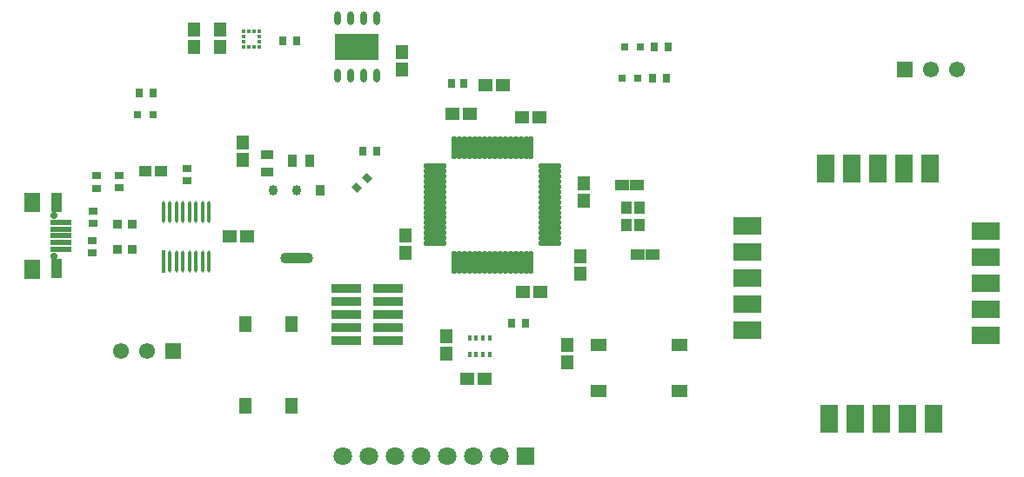
<source format=gts>
G04*
G04 #@! TF.GenerationSoftware,Altium Limited,Altium Designer,23.5.1 (21)*
G04*
G04 Layer_Color=8388736*
%FSLAX44Y44*%
%MOMM*%
G71*
G04*
G04 #@! TF.SameCoordinates,14FB7749-BF70-4BA2-BDF3-10CF23B172C4*
G04*
G04*
G04 #@! TF.FilePolarity,Negative*
G04*
G01*
G75*
%ADD26R,1.5500X1.3000*%
%ADD27R,1.3000X1.5500*%
%ADD28R,1.3311X1.0121*%
%ADD36R,1.0000X1.2000*%
%ADD37R,0.6587X0.8121*%
%ADD38R,0.8000X0.8000*%
%ADD41R,0.3450X2.2000*%
G04:AMPARAMS|DCode=42|XSize=2.2mm|YSize=0.345mm|CornerRadius=0.1725mm|HoleSize=0mm|Usage=FLASHONLY|Rotation=90.000|XOffset=0mm|YOffset=0mm|HoleType=Round|Shape=RoundedRectangle|*
%AMROUNDEDRECTD42*
21,1,2.2000,0.0000,0,0,90.0*
21,1,1.8550,0.3450,0,0,90.0*
1,1,0.3450,0.0000,0.9275*
1,1,0.3450,0.0000,-0.9275*
1,1,0.3450,0.0000,-0.9275*
1,1,0.3450,0.0000,0.9275*
%
%ADD42ROUNDEDRECTD42*%
%ADD43R,0.8721X1.0043*%
G04:AMPARAMS|DCode=44|XSize=1.0043mm|YSize=0.8721mm|CornerRadius=0.4361mm|HoleSize=0mm|Usage=FLASHONLY|Rotation=270.000|XOffset=0mm|YOffset=0mm|HoleType=Round|Shape=RoundedRectangle|*
%AMROUNDEDRECTD44*
21,1,1.0043,0.0000,0,0,270.0*
21,1,0.1322,0.8721,0,0,270.0*
1,1,0.8721,0.0000,-0.0661*
1,1,0.8721,0.0000,0.0661*
1,1,0.8721,0.0000,0.0661*
1,1,0.8721,0.0000,-0.0661*
%
%ADD44ROUNDEDRECTD44*%
G04:AMPARAMS|DCode=45|XSize=1.0043mm|YSize=3.1821mm|CornerRadius=0.4369mm|HoleSize=0mm|Usage=FLASHONLY|Rotation=270.000|XOffset=0mm|YOffset=0mm|HoleType=Round|Shape=RoundedRectangle|*
%AMROUNDEDRECTD45*
21,1,1.0043,2.3084,0,0,270.0*
21,1,0.1306,3.1821,0,0,270.0*
1,1,0.8737,-1.1542,-0.0653*
1,1,0.8737,-1.1542,0.0653*
1,1,0.8737,1.1542,0.0653*
1,1,0.8737,1.1542,-0.0653*
%
%ADD45ROUNDEDRECTD45*%
%ADD47R,0.9350X0.9621*%
%ADD48R,0.9000X0.7500*%
G04:AMPARAMS|DCode=49|XSize=0.6587mm|YSize=0.8121mm|CornerRadius=0mm|HoleSize=0mm|Usage=FLASHONLY|Rotation=225.000|XOffset=0mm|YOffset=0mm|HoleType=Round|Shape=Rectangle|*
%AMROTATEDRECTD49*
4,1,4,-0.0542,0.5200,0.5200,-0.0542,0.0542,-0.5200,-0.5200,0.0542,-0.0542,0.5200,0.0*
%
%ADD49ROTATEDRECTD49*%

%ADD51R,1.3061X1.0582*%
%ADD52R,0.7500X0.9000*%
%ADD53R,0.3500X0.5000*%
%ADD54R,1.5032X1.8932*%
%ADD55R,1.1032X1.8282*%
%ADD56R,2.0532X0.6032*%
%ADD57R,1.4532X1.3032*%
%ADD58O,0.5032X2.3032*%
%ADD59O,2.3032X0.5032*%
%ADD60R,1.3032X1.4532*%
%ADD61R,2.9932X0.9432*%
%ADD62R,1.7272X2.7432*%
%ADD63R,2.7432X1.7272*%
%ADD64O,0.6532X1.3032*%
%ADD65R,4.3032X2.6032*%
%ADD66R,0.3500X0.3750*%
%ADD67R,0.3750X0.3500*%
%ADD68R,0.8532X1.2532*%
%ADD69R,1.2532X0.8532*%
%ADD70C,0.7032*%
%ADD71C,1.8032*%
%ADD72R,1.8032X1.8032*%
%ADD73C,1.5500*%
%ADD74R,1.5500X1.5500*%
D26*
X902361Y598530D02*
D03*
X822861D02*
D03*
X902361Y643530D02*
D03*
X822861D02*
D03*
D27*
X479150Y583820D02*
D03*
Y663320D02*
D03*
X524150Y583820D02*
D03*
Y663320D02*
D03*
D28*
X845820Y798830D02*
D03*
X860631D02*
D03*
X861275Y731520D02*
D03*
X876085D02*
D03*
D36*
X863294Y760227D02*
D03*
Y777227D02*
D03*
X850294D02*
D03*
Y760227D02*
D03*
D37*
X889460Y903017D02*
D03*
X875926D02*
D03*
X529220Y939795D02*
D03*
X515686D02*
D03*
X738723Y664210D02*
D03*
X752257D02*
D03*
X593943Y831850D02*
D03*
X607477D02*
D03*
X375920Y889000D02*
D03*
X389454D02*
D03*
X877436Y933450D02*
D03*
X890971D02*
D03*
D38*
X846162Y902970D02*
D03*
X861163D02*
D03*
X863600Y933450D02*
D03*
X848600D02*
D03*
X389770Y867457D02*
D03*
X374770D02*
D03*
D41*
X399723Y724538D02*
D03*
D42*
X406073D02*
D03*
X412423D02*
D03*
X418773D02*
D03*
X425123D02*
D03*
X431473D02*
D03*
X437823D02*
D03*
X444173D02*
D03*
Y772537D02*
D03*
X437823D02*
D03*
X431473D02*
D03*
X425123D02*
D03*
X418773D02*
D03*
X412423D02*
D03*
X406073D02*
D03*
X399723D02*
D03*
D43*
X552477Y793606D02*
D03*
D44*
X529577D02*
D03*
X506678D02*
D03*
D45*
X529577Y727706D02*
D03*
D47*
X354796Y760730D02*
D03*
X369104D02*
D03*
X354796Y736600D02*
D03*
X369104D02*
D03*
D48*
X422910Y802990D02*
D03*
Y814990D02*
D03*
X331470Y761683D02*
D03*
Y773682D02*
D03*
X330200Y745140D02*
D03*
Y733140D02*
D03*
X356930Y796640D02*
D03*
Y808640D02*
D03*
X334744Y795973D02*
D03*
Y807972D02*
D03*
D49*
X588305Y796585D02*
D03*
X597875Y806155D02*
D03*
D51*
X382129Y812800D02*
D03*
X397651D02*
D03*
D52*
X679800Y897890D02*
D03*
X691800D02*
D03*
D53*
X697593Y634252D02*
D03*
X704093D02*
D03*
X710592D02*
D03*
X717093D02*
D03*
Y650252D02*
D03*
X710592D02*
D03*
X704093D02*
D03*
X697593D02*
D03*
D54*
X272021Y716920D02*
D03*
Y782320D02*
D03*
D55*
X295621Y717495D02*
D03*
Y781745D02*
D03*
D56*
X300371Y736620D02*
D03*
Y743120D02*
D03*
Y749620D02*
D03*
Y756120D02*
D03*
Y762620D02*
D03*
D57*
X765420Y864870D02*
D03*
X748420D02*
D03*
X481260Y749300D02*
D03*
X464260D02*
D03*
X712760Y610479D02*
D03*
X695760D02*
D03*
X749690Y694690D02*
D03*
X766690D02*
D03*
X729860Y896620D02*
D03*
X712860D02*
D03*
X698110Y868680D02*
D03*
X681110D02*
D03*
D58*
X757637Y723827D02*
D03*
X752638D02*
D03*
X747637D02*
D03*
X742638D02*
D03*
X737637D02*
D03*
X732638D02*
D03*
X727637D02*
D03*
X722638D02*
D03*
X717637D02*
D03*
X712638D02*
D03*
X707637D02*
D03*
X702638D02*
D03*
X697637D02*
D03*
X692638D02*
D03*
X687637D02*
D03*
X682638D02*
D03*
Y835828D02*
D03*
X687637D02*
D03*
X692638D02*
D03*
X697637D02*
D03*
X702638D02*
D03*
X707637D02*
D03*
X712638D02*
D03*
X717637D02*
D03*
X722638D02*
D03*
X727637D02*
D03*
X732638D02*
D03*
X737637D02*
D03*
X742638D02*
D03*
X747637D02*
D03*
X752638D02*
D03*
X757637D02*
D03*
D59*
X664137Y742328D02*
D03*
Y747327D02*
D03*
Y752328D02*
D03*
Y757327D02*
D03*
Y762328D02*
D03*
Y767327D02*
D03*
Y772328D02*
D03*
Y777327D02*
D03*
Y782328D02*
D03*
Y787327D02*
D03*
Y792328D02*
D03*
Y797327D02*
D03*
Y802328D02*
D03*
Y807327D02*
D03*
Y812328D02*
D03*
Y817327D02*
D03*
X776138D02*
D03*
Y812328D02*
D03*
Y807327D02*
D03*
Y802328D02*
D03*
Y797327D02*
D03*
Y792328D02*
D03*
Y787327D02*
D03*
Y782328D02*
D03*
Y777327D02*
D03*
Y772328D02*
D03*
Y767327D02*
D03*
Y762328D02*
D03*
Y757327D02*
D03*
Y752328D02*
D03*
Y747327D02*
D03*
Y742328D02*
D03*
D60*
X635095Y750180D02*
D03*
Y733180D02*
D03*
X808990Y800980D02*
D03*
Y783980D02*
D03*
X631873Y911330D02*
D03*
Y928330D02*
D03*
X454726Y933835D02*
D03*
Y950835D02*
D03*
X429326Y933835D02*
D03*
Y950835D02*
D03*
X792819Y626500D02*
D03*
Y643500D02*
D03*
X675050Y635022D02*
D03*
Y652022D02*
D03*
X476596Y840373D02*
D03*
Y823372D02*
D03*
X805180Y712860D02*
D03*
Y729860D02*
D03*
D61*
X577820Y698499D02*
D03*
Y685799D02*
D03*
Y673099D02*
D03*
Y660399D02*
D03*
Y647699D02*
D03*
X618520D02*
D03*
Y660399D02*
D03*
Y673099D02*
D03*
Y685799D02*
D03*
Y698499D02*
D03*
D62*
X1047750Y571500D02*
D03*
X1073150D02*
D03*
X1098550D02*
D03*
X1123950D02*
D03*
X1149350D02*
D03*
X1145540Y815340D02*
D03*
X1094740D02*
D03*
X1069340D02*
D03*
X1043940D02*
D03*
X1120140D02*
D03*
D63*
X1200150Y652780D02*
D03*
Y678180D02*
D03*
Y703580D02*
D03*
Y728980D02*
D03*
Y754380D02*
D03*
X967740Y759460D02*
D03*
Y734060D02*
D03*
Y708660D02*
D03*
Y683260D02*
D03*
Y657860D02*
D03*
D64*
X607060Y961800D02*
D03*
X594360D02*
D03*
X581660D02*
D03*
X568960D02*
D03*
Y905800D02*
D03*
X581660D02*
D03*
X594360D02*
D03*
X607060D02*
D03*
D65*
X588010Y933800D02*
D03*
D66*
X487600Y933440D02*
D03*
X482600D02*
D03*
Y948690D02*
D03*
X487600D02*
D03*
D67*
X477475Y933565D02*
D03*
Y938565D02*
D03*
Y943565D02*
D03*
Y948565D02*
D03*
X492725D02*
D03*
Y943565D02*
D03*
Y938565D02*
D03*
Y933565D02*
D03*
D68*
X524900Y822960D02*
D03*
X541900D02*
D03*
D69*
X500639Y811920D02*
D03*
Y828920D02*
D03*
D70*
X293521Y729620D02*
D03*
Y769620D02*
D03*
D71*
X574040Y534670D02*
D03*
X599440D02*
D03*
X650240D02*
D03*
X701040D02*
D03*
X726440D02*
D03*
X675640D02*
D03*
X624840D02*
D03*
D72*
X751840D02*
D03*
D73*
X1172210Y911860D02*
D03*
X1146810D02*
D03*
X358140Y637540D02*
D03*
X383540D02*
D03*
D74*
X1121410Y911860D02*
D03*
X408940Y637540D02*
D03*
M02*

</source>
